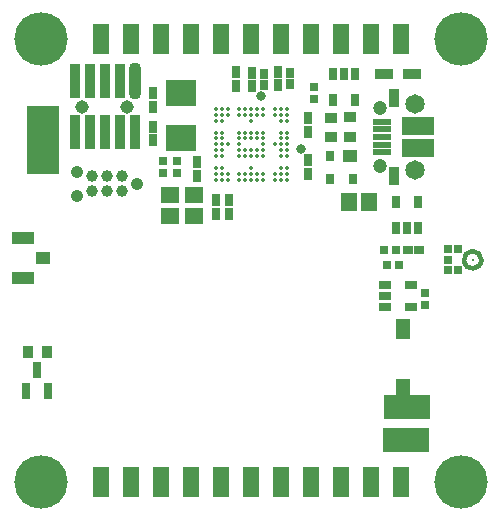
<source format=gts>
G04*
G04 #@! TF.GenerationSoftware,Altium Limited,Altium Designer,20.1.10 (176)*
G04*
G04 Layer_Color=20142*
%FSLAX25Y25*%
%MOIN*%
G70*
G04*
G04 #@! TF.SameCoordinates,5BC12612-045E-4FBA-96B6-5BC6791460FD*
G04*
G04*
G04 #@! TF.FilePolarity,Negative*
G04*
G01*
G75*
%ADD41C,0.01800*%
%ADD42R,0.02572X0.02965*%
%ADD43R,0.02855X0.03162*%
%ADD44C,0.00394*%
%ADD45C,0.01400*%
%ADD46R,0.03556X0.06410*%
%ADD47R,0.10642X0.06410*%
%ADD48R,0.06312X0.02375*%
%ADD49R,0.06312X0.05721*%
%ADD50R,0.05131X0.03950*%
%ADD51R,0.03162X0.03556*%
%ADD52R,0.03162X0.04147*%
%ADD53R,0.02769X0.03359*%
%ADD54R,0.10249X0.08674*%
%ADD55R,0.03700X0.11800*%
G04:AMPARAMS|DCode=56|XSize=37mil|YSize=118mil|CornerRadius=11.25mil|HoleSize=0mil|Usage=FLASHONLY|Rotation=180.000|XOffset=0mil|YOffset=0mil|HoleType=Round|Shape=RoundedRectangle|*
%AMROUNDEDRECTD56*
21,1,0.03700,0.09550,0,0,180.0*
21,1,0.01450,0.11800,0,0,180.0*
1,1,0.02250,-0.00725,0.04775*
1,1,0.02250,0.00725,0.04775*
1,1,0.02250,0.00725,-0.04775*
1,1,0.02250,-0.00725,-0.04775*
%
%ADD56ROUNDEDRECTD56*%
%ADD57C,0.03900*%
%ADD58R,0.06115X0.03556*%
%ADD59R,0.04147X0.03162*%
%ADD60R,0.03162X0.05524*%
%ADD61R,0.03556X0.04147*%
%ADD62R,0.04737X0.07099*%
%ADD63C,0.03300*%
%ADD64R,0.07493X0.03950*%
%ADD65R,0.03359X0.02769*%
%ADD66R,0.05721X0.06312*%
%ADD67R,0.04147X0.03556*%
%ADD68R,0.02965X0.02572*%
%ADD69R,0.15800X0.08300*%
%ADD70R,0.11048X0.22800*%
%ADD71R,0.05800X0.10300*%
%ADD72C,0.00800*%
%ADD73C,0.04737*%
%ADD74C,0.06509*%
%ADD75C,0.04500*%
%ADD76C,0.04200*%
%ADD77C,0.17800*%
D41*
X70941Y-73784D02*
G03*
X76736Y-73457I2888J327D01*
G01*
D02*
G03*
X70941Y-73784I-2906J0D01*
G01*
D42*
X48174Y-70126D02*
D03*
X44237D02*
D03*
X45232Y-75200D02*
D03*
X49169D02*
D03*
D43*
X65664Y-73457D02*
D03*
Y-69913D02*
D03*
X68900D02*
D03*
Y-77000D02*
D03*
X65664D02*
D03*
D44*
X73829Y-76410D02*
D03*
D45*
X11811Y-23189D02*
D03*
Y-25157D02*
D03*
Y-27126D02*
D03*
Y-31063D02*
D03*
Y-33031D02*
D03*
Y-35000D02*
D03*
Y-36968D02*
D03*
Y-38937D02*
D03*
Y-42874D02*
D03*
Y-44842D02*
D03*
Y-46811D02*
D03*
X9843Y-23189D02*
D03*
Y-25157D02*
D03*
Y-27126D02*
D03*
Y-31063D02*
D03*
Y-33031D02*
D03*
Y-35000D02*
D03*
Y-36968D02*
D03*
Y-38937D02*
D03*
Y-42874D02*
D03*
Y-44842D02*
D03*
Y-46811D02*
D03*
X7874Y-23189D02*
D03*
Y-25157D02*
D03*
Y-35000D02*
D03*
Y-44842D02*
D03*
Y-46811D02*
D03*
X3937Y-23189D02*
D03*
Y-25157D02*
D03*
Y-31063D02*
D03*
Y-33031D02*
D03*
Y-35000D02*
D03*
Y-36968D02*
D03*
Y-38937D02*
D03*
Y-44842D02*
D03*
Y-46811D02*
D03*
X1969Y-23189D02*
D03*
Y-25157D02*
D03*
Y-31063D02*
D03*
Y-33031D02*
D03*
Y-36968D02*
D03*
Y-38937D02*
D03*
Y-44842D02*
D03*
Y-46811D02*
D03*
X0Y-23189D02*
D03*
Y-25157D02*
D03*
Y-27126D02*
D03*
Y-31063D02*
D03*
Y-33031D02*
D03*
Y-36968D02*
D03*
Y-38937D02*
D03*
Y-42874D02*
D03*
Y-44842D02*
D03*
Y-46811D02*
D03*
X-1969Y-23189D02*
D03*
Y-25157D02*
D03*
Y-31063D02*
D03*
Y-33031D02*
D03*
Y-36968D02*
D03*
Y-38937D02*
D03*
Y-44842D02*
D03*
Y-46811D02*
D03*
X-3937Y-23189D02*
D03*
Y-25157D02*
D03*
Y-31063D02*
D03*
Y-33031D02*
D03*
Y-35000D02*
D03*
Y-36968D02*
D03*
Y-38937D02*
D03*
Y-44842D02*
D03*
Y-46811D02*
D03*
X-7874Y-23189D02*
D03*
Y-25157D02*
D03*
Y-35000D02*
D03*
Y-44842D02*
D03*
Y-46811D02*
D03*
X-9843Y-23189D02*
D03*
Y-25157D02*
D03*
Y-27126D02*
D03*
Y-31063D02*
D03*
Y-33031D02*
D03*
Y-35000D02*
D03*
Y-36968D02*
D03*
Y-38937D02*
D03*
Y-42874D02*
D03*
Y-44842D02*
D03*
Y-46811D02*
D03*
X-11811Y-23189D02*
D03*
Y-25157D02*
D03*
Y-27126D02*
D03*
Y-31063D02*
D03*
Y-33031D02*
D03*
Y-35000D02*
D03*
Y-36968D02*
D03*
Y-38937D02*
D03*
Y-42874D02*
D03*
Y-44842D02*
D03*
Y-46811D02*
D03*
D46*
X47653Y-19508D02*
D03*
Y-45492D02*
D03*
D47*
X55527Y-36289D02*
D03*
Y-28711D02*
D03*
D48*
X43657Y-32500D02*
D03*
Y-29941D02*
D03*
Y-27382D02*
D03*
Y-35059D02*
D03*
Y-37618D02*
D03*
D49*
X-19100Y-51955D02*
D03*
Y-58845D02*
D03*
X-27200D02*
D03*
Y-51955D02*
D03*
D50*
X33100Y-39000D02*
D03*
X-69504Y-73000D02*
D03*
D51*
X26400Y-39000D02*
D03*
Y-46480D02*
D03*
X33887D02*
D03*
D52*
X-32800Y-29036D02*
D03*
Y-33564D02*
D03*
X34740Y-20280D02*
D03*
X27260D02*
D03*
Y-11422D02*
D03*
X31000D02*
D03*
X34740D02*
D03*
X48260Y-62929D02*
D03*
X52000D02*
D03*
X55740D02*
D03*
Y-54071D02*
D03*
X48260D02*
D03*
X-7300Y-53536D02*
D03*
Y-58064D02*
D03*
X-11700Y-53536D02*
D03*
Y-58064D02*
D03*
X-18200Y-40936D02*
D03*
Y-45464D02*
D03*
X-5100Y-15414D02*
D03*
Y-10887D02*
D03*
X19000Y-40236D02*
D03*
Y-44764D02*
D03*
Y-30764D02*
D03*
Y-26236D02*
D03*
X8800Y-10736D02*
D03*
Y-15264D02*
D03*
X200Y-15564D02*
D03*
Y-11036D02*
D03*
X-32800Y-17936D02*
D03*
Y-22464D02*
D03*
D53*
X4300Y-15270D02*
D03*
Y-11530D02*
D03*
X13000Y-11130D02*
D03*
Y-14870D02*
D03*
D54*
X-23300Y-32780D02*
D03*
Y-17820D02*
D03*
D55*
X-58800Y-14000D02*
D03*
X-53800D02*
D03*
X-48800D02*
D03*
X-43800D02*
D03*
X-38800Y-31000D02*
D03*
X-43800D02*
D03*
X-48800D02*
D03*
X-53800D02*
D03*
X-58800D02*
D03*
D56*
X-38800Y-14000D02*
D03*
D57*
X-47900Y-50600D02*
D03*
X-52900Y-45600D02*
D03*
Y-50600D02*
D03*
X-47900Y-45600D02*
D03*
X-42900Y-50600D02*
D03*
Y-45600D02*
D03*
D58*
X44276Y-11636D02*
D03*
X53724D02*
D03*
D59*
X53429Y-81760D02*
D03*
Y-89240D02*
D03*
X44571D02*
D03*
Y-85500D02*
D03*
Y-81760D02*
D03*
D60*
X-71440Y-110113D02*
D03*
X-67700Y-117200D02*
D03*
X-75180D02*
D03*
D61*
X-74448Y-104200D02*
D03*
X-67952D02*
D03*
D62*
X50700Y-96600D02*
D03*
Y-116600D02*
D03*
D63*
X16485Y-36611D02*
D03*
X3335Y-18832D02*
D03*
D64*
X-76000Y-66307D02*
D03*
Y-79693D02*
D03*
D65*
X55970Y-70126D02*
D03*
X52230D02*
D03*
D66*
X32555Y-54100D02*
D03*
X39445D02*
D03*
D67*
X33100Y-32448D02*
D03*
Y-25952D02*
D03*
X26700Y-32548D02*
D03*
Y-26052D02*
D03*
D68*
X-24600Y-44469D02*
D03*
Y-40532D02*
D03*
X-29500Y-44568D02*
D03*
Y-40631D02*
D03*
X21000Y-15851D02*
D03*
Y-19788D02*
D03*
X58000Y-84563D02*
D03*
Y-88500D02*
D03*
D69*
X51644Y-133554D02*
D03*
X51800Y-122400D02*
D03*
D70*
X-69324Y-33665D02*
D03*
D71*
X-50000Y0D02*
D03*
X-40000D02*
D03*
X-30000D02*
D03*
X-20000D02*
D03*
X-10000D02*
D03*
X0D02*
D03*
X10000D02*
D03*
X20000D02*
D03*
X30000D02*
D03*
X40000D02*
D03*
X50000D02*
D03*
Y-147500D02*
D03*
X40000D02*
D03*
X30000D02*
D03*
X20000D02*
D03*
X10000D02*
D03*
X0D02*
D03*
X-10000D02*
D03*
X-20000D02*
D03*
X-30000D02*
D03*
X-40000D02*
D03*
X-50000D02*
D03*
D72*
X73829Y-73457D02*
D03*
D73*
X42810Y-22953D02*
D03*
Y-42047D02*
D03*
D74*
X54739Y-43406D02*
D03*
Y-21595D02*
D03*
D75*
X-41300Y-22500D02*
D03*
X-56300D02*
D03*
D76*
X-37900Y-48100D02*
D03*
X-57900Y-52100D02*
D03*
Y-44100D02*
D03*
D77*
X-70000Y0D02*
D03*
X70000D02*
D03*
Y-147500D02*
D03*
X-70000D02*
D03*
M02*

</source>
